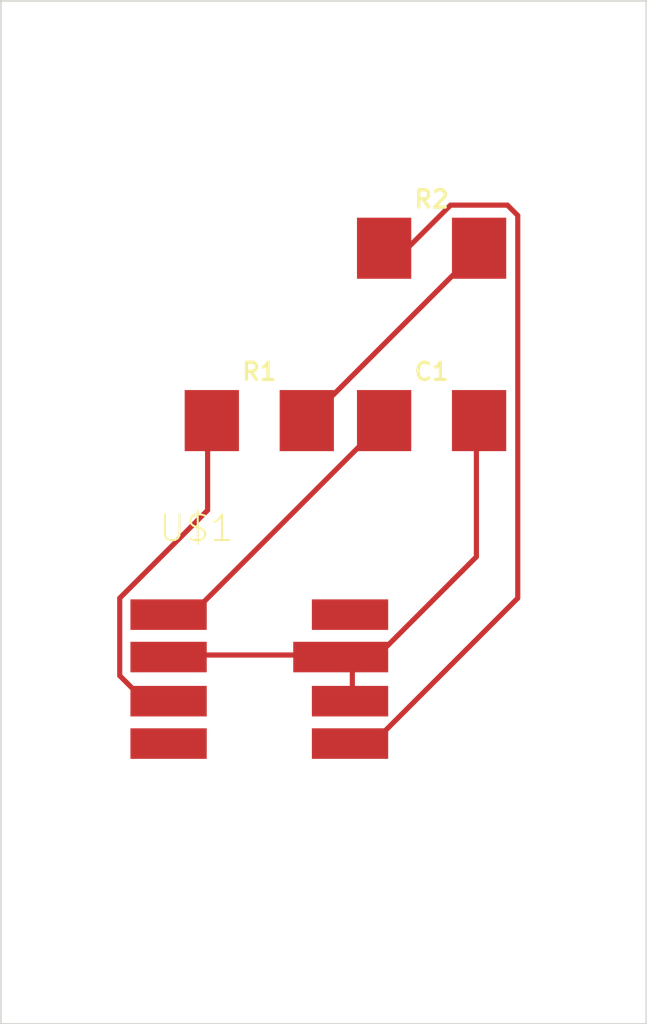
<source format=kicad_pcb>
(kicad_pcb (version 20240108) (generator "pcbnew") (generator_version "8.0")
  (layers (0 "F.Cu" signal) (31 "B.Cu" signal) (34 "B.Paste" user) (35 "F.Paste" user) (36 "B.SilkS" user "B.Silkscreen") (37 "F.SilkS" user "F.Silkscreen") (38 "B.Mask" user) (39 "F.Mask" user) (44 "Edge.Cuts" user))
  (net 0 "")
  (net 1 "CSB")
  (net 2 "VDD")
  (net 3 "SCLK")
  (net 4 "SDA")
  (net 5 "PS")
  (footprint "MS5803-01BA_I2C:1206" (layer "F.Cu") (at 151.6861 97.2186)
    (property "Reference" "R2" (at 0 -1.143 0) (layer "F.SilkS") (effects (font (size 0.512064 0.512064) (thickness 0.097536)) (justify bottom)))
    (property "Value" " ")
    (pad "1" smd rect (at -1.4 0) (size 1.6 1.8) (layers "F.Cu" "F.Paste" "F.Mask") (net 3 "SCLK"))
    (pad "2" smd rect (at 1.4 0) (size 1.6 1.8) (layers "F.Cu" "F.Paste" "F.Mask") (net 2 "VDD"))
  )
  (footprint "MS5803-01BA_I2C:1206" (layer "F.Cu") (at 151.6861 102.2986)
    (property "Reference" "C1" (at 0 -1.143 0) (layer "F.SilkS") (effects (font (size 0.512064 0.512064) (thickness 0.097536)) (justify bottom)))
    (property "Value" "100nF")
    (pad "1" smd rect (at -1.4 0) (size 1.6 1.8) (layers "F.Cu" "F.Paste" "F.Mask") (net 5 "PS"))
    (pad "2" smd rect (at 1.4 0) (size 1.6 1.8) (layers "F.Cu" "F.Paste" "F.Mask") (net 1 "CSB"))
  )
  (footprint "MS5803-01BA_I2C:XDCR_MS580314BA01-00" (layer "F.Cu") (at 146.6061 109.9186)
    (property "Reference" "U$1" (at -3.003019 -4.004018 0) (layer "F.SilkS") (effects (font (size 0.753736 0.753736) (thickness 0.059882)) (justify left bottom)))
    (property "Value" "MS580314BA01-00")
    (pad "1" smd rect (at 2.675281 1.898831) (size 2.25 0.9) (layers "F.Cu" "F.Paste" "F.Mask") (net 3 "SCLK"))
    (pad "2" smd rect (at 2.675281 0.648831) (size 2.25 0.9) (layers "F.Cu" "F.Paste" "F.Mask") (net 1 "CSB"))
    (pad "3" smd rect (at 2.400281 -0.651168) (size 2.8 0.9) (layers "F.Cu" "F.Paste" "F.Mask") (net 1 "CSB"))
    (pad "4" smd rect (at 2.675281 -1.901168) (size 2.25 0.9) (layers "F.Cu" "F.Paste" "F.Mask"))
    (pad "5" smd rect (at -2.674731 -1.901168) (size 2.25 0.9) (layers "F.Cu" "F.Paste" "F.Mask") (net 5 "PS"))
    (pad "6" smd rect (at -2.674731 -0.651168) (size 2.25 0.9) (layers "F.Cu" "F.Paste" "F.Mask") (net 1 "CSB"))
    (pad "7" smd rect (at -2.674731 0.648831) (size 2.25 0.9) (layers "F.Cu" "F.Paste" "F.Mask") (net 4 "SDA"))
    (pad "8" smd rect (at -2.674731 1.898831) (size 2.25 0.9) (layers "F.Cu" "F.Paste" "F.Mask"))
  )
  (footprint "MS5803-01BA_I2C:1206" (layer "F.Cu") (at 146.6061 102.2986)
    (property "Reference" "R1" (at 0 -1.143 0) (layer "F.SilkS") (effects (font (size 0.512064 0.512064) (thickness 0.097536)) (justify bottom)))
    (property "Value" " ")
    (pad "1" smd rect (at -1.4 0) (size 1.6 1.8) (layers "F.Cu" "F.Paste" "F.Mask") (net 4 "SDA"))
    (pad "2" smd rect (at 1.4 0) (size 1.6 1.8) (layers "F.Cu" "F.Paste" "F.Mask") (net 2 "VDD"))
  )
  (gr_line (start 158.0161 89.9286) (end 138.9861 89.9286) (stroke (width 0.05)) (layer "Edge.Cuts"))
  (gr_line (start 138.9861 89.9286) (end 138.9861 120.0786) (stroke (width 0.05)) (layer "Edge.Cuts"))
  (gr_line (start 138.9861 120.0786) (end 158.0161 120.0786) (stroke (width 0.05)) (layer "Edge.Cuts"))
  (gr_line (start 158.0161 120.0786) (end 158.0161 89.9286) (stroke (width 0.05)) (layer "Edge.Cuts"))
  (segment (start 153.0069 106.3118) (end 153.0069 102.3494) (width 0.1524) (layer "F.Cu") (net 1))
  (segment (start 149.0445 109.2074) (end 149.006381 109.267432) (width 0.1524) (layer "F.Cu") (net 1))
  (segment (start 148.8921 109.2074) (end 149.006381 109.267432) (width 0.1524) (layer "F.Cu") (net 1))
  (segment (start 149.0445 109.2074) (end 149.3493 109.2074) (width 0.1524) (layer "F.Cu") (net 1))
  (segment (start 149.3493 110.4266) (end 149.281381 110.567432) (width 0.1524) (layer "F.Cu") (net 1))
  (segment (start 149.3493 109.2074) (end 149.3493 110.4266) (width 0.1524) (layer "F.Cu") (net 1))
  (segment (start 150.1113 109.2074) (end 153.0069 106.3118) (width 0.1524) (layer "F.Cu") (net 1))
  (segment (start 149.3493 109.2074) (end 149.006381 109.267432) (width 0.1524) (layer "F.Cu") (net 1))
  (segment (start 148.8921 109.2074) (end 144.0153 109.2074) (width 0.1524) (layer "F.Cu") (net 1))
  (segment (start 149.3493 109.2074) (end 150.1113 109.2074) (width 0.1524) (layer "F.Cu") (net 1))
  (segment (start 153.0069 102.3494) (end 153.0861 102.2986) (width 0.1524) (layer "F.Cu") (net 1))
  (segment (start 144.0153 109.2074) (end 143.931368 109.267432) (width 0.1524) (layer "F.Cu") (net 1))
  (segment (start 148.1301 102.197) (end 148.0061 102.2986) (width 0.1524) (layer "F.Cu") (net 2))
  (segment (start 153.0069 97.3202) (end 148.1301 102.197) (width 0.1524) (layer "F.Cu") (net 2))
  (segment (start 153.0069 97.3202) (end 153.0861 97.2186) (width 0.1524) (layer "F.Cu") (net 2))
  (segment (start 152.2449 95.9486) (end 151.0257 97.1678) (width 0.1524) (layer "F.Cu") (net 3))
  (segment (start 149.3493 111.7982) (end 149.9589 111.7982) (width 0.1524) (layer "F.Cu") (net 3))
  (segment (start 154.2261 107.531) (end 154.2261 96.2534) (width 0.1524) (layer "F.Cu") (net 3))
  (segment (start 151.0257 97.1678) (end 150.4161 97.1678) (width 0.1524) (layer "F.Cu") (net 3))
  (segment (start 149.9589 111.7982) (end 154.2261 107.531) (width 0.1524) (layer "F.Cu") (net 3))
  (segment (start 149.3493 111.7982) (end 149.281381 111.817432) (width 0.1524) (layer "F.Cu") (net 3))
  (segment (start 153.9213 95.9486) (end 152.2449 95.9486) (width 0.1524) (layer "F.Cu") (net 3))
  (segment (start 150.4161 97.1678) (end 150.2861 97.2186) (width 0.1524) (layer "F.Cu") (net 3))
  (segment (start 154.2261 96.2534) (end 153.9213 95.9486) (width 0.1524) (layer "F.Cu") (net 3))
  (segment (start 145.0821 102.3494) (end 145.2061 102.2986) (width 0.1524) (layer "F.Cu") (net 4))
  (segment (start 142.4913 109.817) (end 142.4913 107.531) (width 0.1524) (layer "F.Cu") (net 4))
  (segment (start 143.1009 110.4266) (end 142.4913 109.817) (width 0.1524) (layer "F.Cu") (net 4))
  (segment (start 145.0821 104.9402) (end 145.0821 102.3494) (width 0.1524) (layer "F.Cu") (net 4))
  (segment (start 143.8629 110.4266) (end 143.931368 110.567432) (width 0.1524) (layer "F.Cu") (net 4))
  (segment (start 143.8629 110.4266) (end 143.1009 110.4266) (width 0.1524) (layer "F.Cu") (net 4))
  (segment (start 142.4913 107.531) (end 145.0821 104.9402) (width 0.1524) (layer "F.Cu") (net 4))
  (segment (start 144.0153 107.9882) (end 144.6249 107.9882) (width 0.1524) (layer "F.Cu") (net 5))
  (segment (start 144.0153 107.9882) (end 143.931368 108.017432) (width 0.1524) (layer "F.Cu") (net 5))
  (segment (start 144.6249 107.9882) (end 150.2637 102.3494) (width 0.1524) (layer "F.Cu") (net 5))
  (segment (start 150.2637 102.3494) (end 150.2861 102.2986) (width 0.1524) (layer "F.Cu") (net 5))
)
</source>
